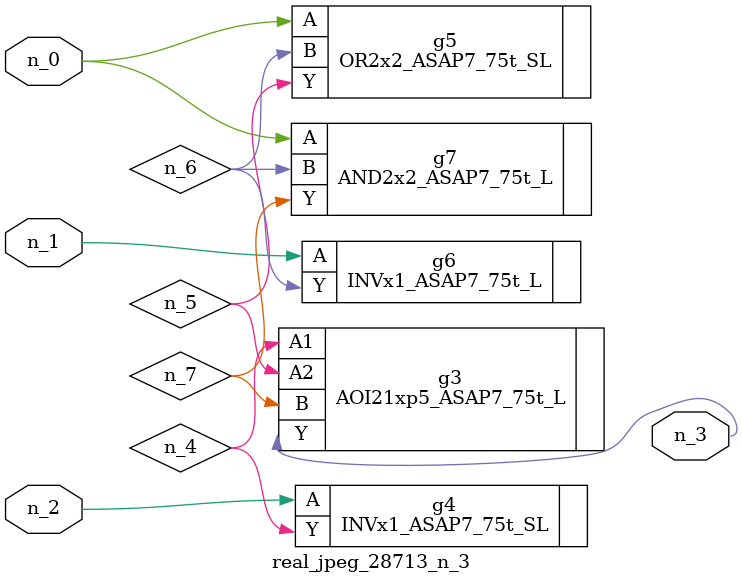
<source format=v>
module real_jpeg_28713_n_3 (n_1, n_0, n_2, n_3);

input n_1;
input n_0;
input n_2;

output n_3;

wire n_5;
wire n_4;
wire n_6;
wire n_7;

OR2x2_ASAP7_75t_SL g5 ( 
.A(n_0),
.B(n_6),
.Y(n_5)
);

AND2x2_ASAP7_75t_L g7 ( 
.A(n_0),
.B(n_6),
.Y(n_7)
);

INVx1_ASAP7_75t_L g6 ( 
.A(n_1),
.Y(n_6)
);

INVx1_ASAP7_75t_SL g4 ( 
.A(n_2),
.Y(n_4)
);

AOI21xp5_ASAP7_75t_L g3 ( 
.A1(n_4),
.A2(n_5),
.B(n_7),
.Y(n_3)
);


endmodule
</source>
